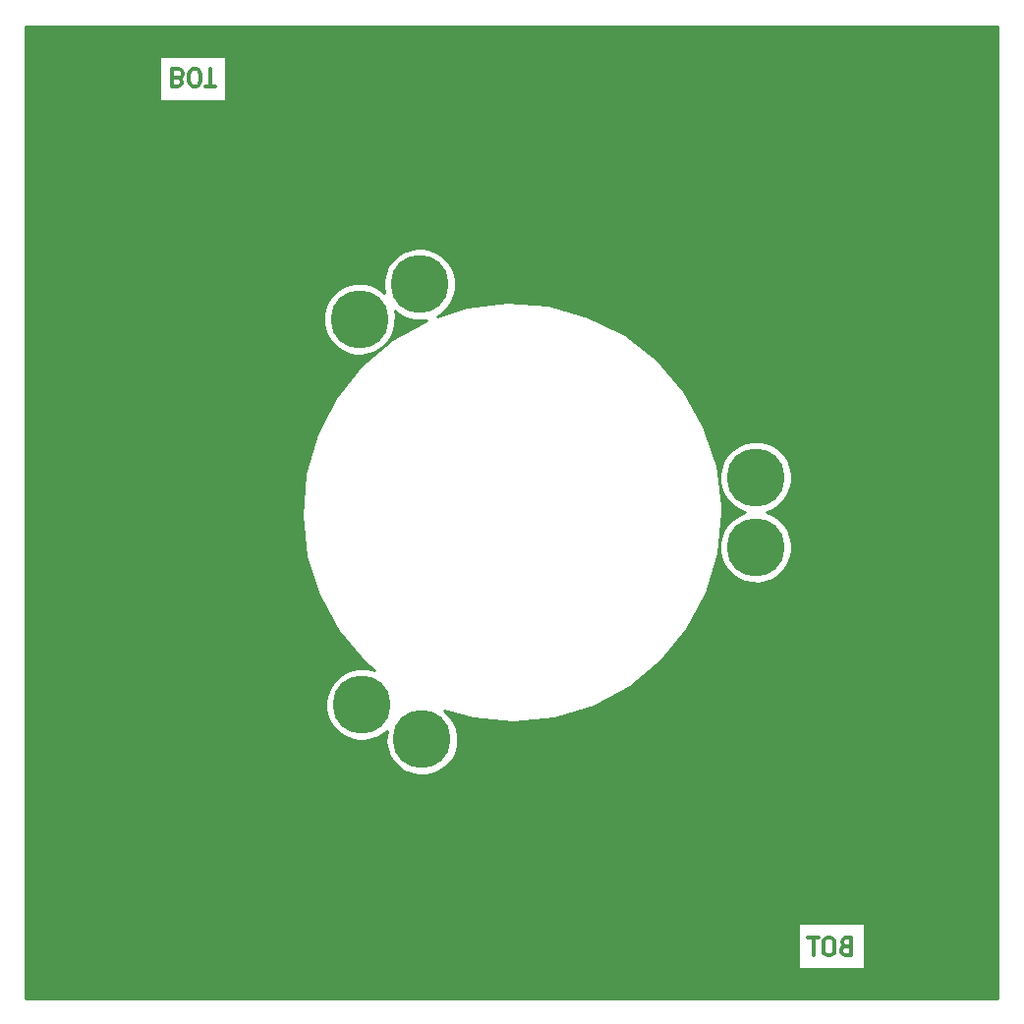
<source format=gbl>
G04 #@! TF.FileFunction,Copper,L2,Bot,Signal*
%FSLAX46Y46*%
G04 Gerber Fmt 4.6, Leading zero omitted, Abs format (unit mm)*
G04 Created by KiCad (PCBNEW 4.0.2-stable) date Fri 12 Aug 2016 03:12:41 PM CEST*
%MOMM*%
G01*
G04 APERTURE LIST*
%ADD10C,0.100000*%
%ADD11C,0.300000*%
%ADD12C,5.000000*%
%ADD13C,4.000000*%
%ADD14C,0.254000*%
G04 APERTURE END LIST*
D10*
D11*
X71250000Y-62607143D02*
X71464286Y-62535714D01*
X71535714Y-62464286D01*
X71607143Y-62321429D01*
X71607143Y-62107143D01*
X71535714Y-61964286D01*
X71464286Y-61892857D01*
X71321428Y-61821429D01*
X70750000Y-61821429D01*
X70750000Y-63321429D01*
X71250000Y-63321429D01*
X71392857Y-63250000D01*
X71464286Y-63178571D01*
X71535714Y-63035714D01*
X71535714Y-62892857D01*
X71464286Y-62750000D01*
X71392857Y-62678571D01*
X71250000Y-62607143D01*
X70750000Y-62607143D01*
X72535714Y-63321429D02*
X72821428Y-63321429D01*
X72964286Y-63250000D01*
X73107143Y-63107143D01*
X73178571Y-62821429D01*
X73178571Y-62321429D01*
X73107143Y-62035714D01*
X72964286Y-61892857D01*
X72821428Y-61821429D01*
X72535714Y-61821429D01*
X72392857Y-61892857D01*
X72250000Y-62035714D01*
X72178571Y-62321429D01*
X72178571Y-62821429D01*
X72250000Y-63107143D01*
X72392857Y-63250000D01*
X72535714Y-63321429D01*
X73607143Y-63321429D02*
X74464286Y-63321429D01*
X74035715Y-61821429D02*
X74035715Y-63321429D01*
X128750000Y-137392857D02*
X128535714Y-137464286D01*
X128464286Y-137535714D01*
X128392857Y-137678571D01*
X128392857Y-137892857D01*
X128464286Y-138035714D01*
X128535714Y-138107143D01*
X128678572Y-138178571D01*
X129250000Y-138178571D01*
X129250000Y-136678571D01*
X128750000Y-136678571D01*
X128607143Y-136750000D01*
X128535714Y-136821429D01*
X128464286Y-136964286D01*
X128464286Y-137107143D01*
X128535714Y-137250000D01*
X128607143Y-137321429D01*
X128750000Y-137392857D01*
X129250000Y-137392857D01*
X127464286Y-136678571D02*
X127178572Y-136678571D01*
X127035714Y-136750000D01*
X126892857Y-136892857D01*
X126821429Y-137178571D01*
X126821429Y-137678571D01*
X126892857Y-137964286D01*
X127035714Y-138107143D01*
X127178572Y-138178571D01*
X127464286Y-138178571D01*
X127607143Y-138107143D01*
X127750000Y-137964286D01*
X127821429Y-137678571D01*
X127821429Y-137178571D01*
X127750000Y-136892857D01*
X127607143Y-136750000D01*
X127464286Y-136678571D01*
X126392857Y-136678571D02*
X125535714Y-136678571D01*
X125964285Y-138178571D02*
X125964285Y-136678571D01*
D12*
X92258330Y-119562178D03*
X87062178Y-116562178D03*
X86857695Y-83370835D03*
X92053848Y-80370835D03*
X121000000Y-97000000D03*
X121000000Y-103000000D03*
D13*
X65000000Y-135000000D03*
X135000000Y-135000000D03*
X65000000Y-65000000D03*
X135000000Y-65000000D03*
D14*
G36*
X141872500Y-141872500D02*
X58127500Y-141872500D01*
X58127500Y-135373000D01*
X124615857Y-135373000D01*
X124615857Y-139327000D01*
X130384143Y-139327000D01*
X130384143Y-135373000D01*
X124615857Y-135373000D01*
X58127500Y-135373000D01*
X58127500Y-100253099D01*
X81874267Y-100253099D01*
X82268629Y-103768919D01*
X83338374Y-107141182D01*
X85042755Y-110241439D01*
X87316853Y-112951604D01*
X88165108Y-113633618D01*
X87991331Y-113560569D01*
X87390620Y-113437261D01*
X86777399Y-113432980D01*
X86175024Y-113547889D01*
X85606442Y-113777611D01*
X85093307Y-114113397D01*
X84655167Y-114542456D01*
X84308708Y-115048445D01*
X84067129Y-115612092D01*
X83939630Y-116211928D01*
X83931068Y-116825105D01*
X84041769Y-117428266D01*
X84267516Y-117998439D01*
X84599711Y-118513905D01*
X85025701Y-118955030D01*
X85529260Y-119305013D01*
X86091206Y-119550521D01*
X86690137Y-119682205D01*
X87303239Y-119695047D01*
X87907159Y-119588560D01*
X88478894Y-119366799D01*
X88996666Y-119038210D01*
X89217383Y-118828024D01*
X89135782Y-119211928D01*
X89127220Y-119825105D01*
X89237921Y-120428266D01*
X89463668Y-120998439D01*
X89795863Y-121513905D01*
X90221853Y-121955030D01*
X90725412Y-122305013D01*
X91287358Y-122550521D01*
X91886289Y-122682205D01*
X92499391Y-122695047D01*
X93103311Y-122588560D01*
X93675046Y-122366799D01*
X94192818Y-122038210D01*
X94636907Y-121615310D01*
X94990396Y-121114208D01*
X95239822Y-120553988D01*
X95375683Y-119955991D01*
X95385464Y-119255560D01*
X95266352Y-118654003D01*
X95032666Y-118087037D01*
X94693306Y-117576260D01*
X94261199Y-117141125D01*
X94198034Y-117098520D01*
X96603245Y-117806412D01*
X100126553Y-118127058D01*
X103645040Y-117757250D01*
X107024689Y-116711074D01*
X110136769Y-115028379D01*
X112862744Y-112773257D01*
X115098780Y-110031605D01*
X116759708Y-106907853D01*
X117782265Y-103520983D01*
X118127500Y-100000000D01*
X118120432Y-99493850D01*
X117838602Y-97262927D01*
X117868890Y-97262927D01*
X117979591Y-97866088D01*
X118205338Y-98436261D01*
X118537533Y-98951727D01*
X118963523Y-99392852D01*
X119467082Y-99742835D01*
X120029028Y-99988343D01*
X120079089Y-99999350D01*
X119544264Y-100215433D01*
X119031129Y-100551219D01*
X118592989Y-100980278D01*
X118246530Y-101486267D01*
X118004951Y-102049914D01*
X117877452Y-102649750D01*
X117868890Y-103262927D01*
X117979591Y-103866088D01*
X118205338Y-104436261D01*
X118537533Y-104951727D01*
X118963523Y-105392852D01*
X119467082Y-105742835D01*
X120029028Y-105988343D01*
X120627959Y-106120027D01*
X121241061Y-106132869D01*
X121844981Y-106026382D01*
X122416716Y-105804621D01*
X122934488Y-105476032D01*
X123378577Y-105053132D01*
X123732066Y-104552030D01*
X123981492Y-103991810D01*
X124117353Y-103393813D01*
X124127134Y-102693382D01*
X124008022Y-102091825D01*
X123774336Y-101524859D01*
X123434976Y-101014082D01*
X123002869Y-100578947D01*
X122494473Y-100236030D01*
X121929153Y-99998391D01*
X121921301Y-99996779D01*
X122416716Y-99804621D01*
X122934488Y-99476032D01*
X123378577Y-99053132D01*
X123732066Y-98552030D01*
X123981492Y-97991810D01*
X124117353Y-97393813D01*
X124127134Y-96693382D01*
X124008022Y-96091825D01*
X123774336Y-95524859D01*
X123434976Y-95014082D01*
X123002869Y-94578947D01*
X122494473Y-94236030D01*
X121929153Y-93998391D01*
X121328442Y-93875083D01*
X120715221Y-93870802D01*
X120112846Y-93985711D01*
X119544264Y-94215433D01*
X119031129Y-94551219D01*
X118592989Y-94980278D01*
X118246530Y-95486267D01*
X118004951Y-96049914D01*
X117877452Y-96649750D01*
X117868890Y-97262927D01*
X117838602Y-97262927D01*
X117677020Y-95983880D01*
X116560295Y-92626882D01*
X114812794Y-89550723D01*
X112501078Y-86872575D01*
X109713200Y-84694446D01*
X106555349Y-83099300D01*
X103147807Y-82147897D01*
X99620366Y-81876476D01*
X96107385Y-82295373D01*
X93545886Y-83127655D01*
X93988336Y-82846867D01*
X94432425Y-82423967D01*
X94785914Y-81922865D01*
X95035340Y-81362645D01*
X95171201Y-80764648D01*
X95180982Y-80064217D01*
X95061870Y-79462660D01*
X94828184Y-78895694D01*
X94488824Y-78384917D01*
X94056717Y-77949782D01*
X93548321Y-77606865D01*
X92983001Y-77369226D01*
X92382290Y-77245918D01*
X91769069Y-77241637D01*
X91166694Y-77356546D01*
X90598112Y-77586268D01*
X90084977Y-77922054D01*
X89646837Y-78351113D01*
X89300378Y-78857102D01*
X89058799Y-79420749D01*
X88931300Y-80020585D01*
X88922738Y-80633762D01*
X89007985Y-81098236D01*
X88860564Y-80949782D01*
X88352168Y-80606865D01*
X87786848Y-80369226D01*
X87186137Y-80245918D01*
X86572916Y-80241637D01*
X85970541Y-80356546D01*
X85401959Y-80586268D01*
X84888824Y-80922054D01*
X84450684Y-81351113D01*
X84104225Y-81857102D01*
X83862646Y-82420749D01*
X83735147Y-83020585D01*
X83726585Y-83633762D01*
X83837286Y-84236923D01*
X84063033Y-84807096D01*
X84395228Y-85322562D01*
X84821218Y-85763687D01*
X85324777Y-86113670D01*
X85886723Y-86359178D01*
X86485654Y-86490862D01*
X87098756Y-86503704D01*
X87702676Y-86397217D01*
X88274411Y-86175456D01*
X88792183Y-85846867D01*
X89236272Y-85423967D01*
X89589761Y-84922865D01*
X89839187Y-84362645D01*
X89975048Y-83764648D01*
X89984829Y-83064217D01*
X89901580Y-82643782D01*
X90017371Y-82763687D01*
X90520930Y-83113670D01*
X91082876Y-83359178D01*
X91681807Y-83490862D01*
X92294909Y-83503704D01*
X92648265Y-83441398D01*
X89654390Y-85114618D01*
X86960168Y-87407580D01*
X84762629Y-90180184D01*
X83145477Y-93326822D01*
X82170308Y-96727639D01*
X81874267Y-100253099D01*
X58127500Y-100253099D01*
X58127500Y-60673000D01*
X69615857Y-60673000D01*
X69615857Y-64627000D01*
X75384143Y-64627000D01*
X75384143Y-60673000D01*
X69615857Y-60673000D01*
X58127500Y-60673000D01*
X58127500Y-58127500D01*
X141872500Y-58127500D01*
X141872500Y-141872500D01*
X141872500Y-141872500D01*
G37*
X141872500Y-141872500D02*
X58127500Y-141872500D01*
X58127500Y-135373000D01*
X124615857Y-135373000D01*
X124615857Y-139327000D01*
X130384143Y-139327000D01*
X130384143Y-135373000D01*
X124615857Y-135373000D01*
X58127500Y-135373000D01*
X58127500Y-100253099D01*
X81874267Y-100253099D01*
X82268629Y-103768919D01*
X83338374Y-107141182D01*
X85042755Y-110241439D01*
X87316853Y-112951604D01*
X88165108Y-113633618D01*
X87991331Y-113560569D01*
X87390620Y-113437261D01*
X86777399Y-113432980D01*
X86175024Y-113547889D01*
X85606442Y-113777611D01*
X85093307Y-114113397D01*
X84655167Y-114542456D01*
X84308708Y-115048445D01*
X84067129Y-115612092D01*
X83939630Y-116211928D01*
X83931068Y-116825105D01*
X84041769Y-117428266D01*
X84267516Y-117998439D01*
X84599711Y-118513905D01*
X85025701Y-118955030D01*
X85529260Y-119305013D01*
X86091206Y-119550521D01*
X86690137Y-119682205D01*
X87303239Y-119695047D01*
X87907159Y-119588560D01*
X88478894Y-119366799D01*
X88996666Y-119038210D01*
X89217383Y-118828024D01*
X89135782Y-119211928D01*
X89127220Y-119825105D01*
X89237921Y-120428266D01*
X89463668Y-120998439D01*
X89795863Y-121513905D01*
X90221853Y-121955030D01*
X90725412Y-122305013D01*
X91287358Y-122550521D01*
X91886289Y-122682205D01*
X92499391Y-122695047D01*
X93103311Y-122588560D01*
X93675046Y-122366799D01*
X94192818Y-122038210D01*
X94636907Y-121615310D01*
X94990396Y-121114208D01*
X95239822Y-120553988D01*
X95375683Y-119955991D01*
X95385464Y-119255560D01*
X95266352Y-118654003D01*
X95032666Y-118087037D01*
X94693306Y-117576260D01*
X94261199Y-117141125D01*
X94198034Y-117098520D01*
X96603245Y-117806412D01*
X100126553Y-118127058D01*
X103645040Y-117757250D01*
X107024689Y-116711074D01*
X110136769Y-115028379D01*
X112862744Y-112773257D01*
X115098780Y-110031605D01*
X116759708Y-106907853D01*
X117782265Y-103520983D01*
X118127500Y-100000000D01*
X118120432Y-99493850D01*
X117838602Y-97262927D01*
X117868890Y-97262927D01*
X117979591Y-97866088D01*
X118205338Y-98436261D01*
X118537533Y-98951727D01*
X118963523Y-99392852D01*
X119467082Y-99742835D01*
X120029028Y-99988343D01*
X120079089Y-99999350D01*
X119544264Y-100215433D01*
X119031129Y-100551219D01*
X118592989Y-100980278D01*
X118246530Y-101486267D01*
X118004951Y-102049914D01*
X117877452Y-102649750D01*
X117868890Y-103262927D01*
X117979591Y-103866088D01*
X118205338Y-104436261D01*
X118537533Y-104951727D01*
X118963523Y-105392852D01*
X119467082Y-105742835D01*
X120029028Y-105988343D01*
X120627959Y-106120027D01*
X121241061Y-106132869D01*
X121844981Y-106026382D01*
X122416716Y-105804621D01*
X122934488Y-105476032D01*
X123378577Y-105053132D01*
X123732066Y-104552030D01*
X123981492Y-103991810D01*
X124117353Y-103393813D01*
X124127134Y-102693382D01*
X124008022Y-102091825D01*
X123774336Y-101524859D01*
X123434976Y-101014082D01*
X123002869Y-100578947D01*
X122494473Y-100236030D01*
X121929153Y-99998391D01*
X121921301Y-99996779D01*
X122416716Y-99804621D01*
X122934488Y-99476032D01*
X123378577Y-99053132D01*
X123732066Y-98552030D01*
X123981492Y-97991810D01*
X124117353Y-97393813D01*
X124127134Y-96693382D01*
X124008022Y-96091825D01*
X123774336Y-95524859D01*
X123434976Y-95014082D01*
X123002869Y-94578947D01*
X122494473Y-94236030D01*
X121929153Y-93998391D01*
X121328442Y-93875083D01*
X120715221Y-93870802D01*
X120112846Y-93985711D01*
X119544264Y-94215433D01*
X119031129Y-94551219D01*
X118592989Y-94980278D01*
X118246530Y-95486267D01*
X118004951Y-96049914D01*
X117877452Y-96649750D01*
X117868890Y-97262927D01*
X117838602Y-97262927D01*
X117677020Y-95983880D01*
X116560295Y-92626882D01*
X114812794Y-89550723D01*
X112501078Y-86872575D01*
X109713200Y-84694446D01*
X106555349Y-83099300D01*
X103147807Y-82147897D01*
X99620366Y-81876476D01*
X96107385Y-82295373D01*
X93545886Y-83127655D01*
X93988336Y-82846867D01*
X94432425Y-82423967D01*
X94785914Y-81922865D01*
X95035340Y-81362645D01*
X95171201Y-80764648D01*
X95180982Y-80064217D01*
X95061870Y-79462660D01*
X94828184Y-78895694D01*
X94488824Y-78384917D01*
X94056717Y-77949782D01*
X93548321Y-77606865D01*
X92983001Y-77369226D01*
X92382290Y-77245918D01*
X91769069Y-77241637D01*
X91166694Y-77356546D01*
X90598112Y-77586268D01*
X90084977Y-77922054D01*
X89646837Y-78351113D01*
X89300378Y-78857102D01*
X89058799Y-79420749D01*
X88931300Y-80020585D01*
X88922738Y-80633762D01*
X89007985Y-81098236D01*
X88860564Y-80949782D01*
X88352168Y-80606865D01*
X87786848Y-80369226D01*
X87186137Y-80245918D01*
X86572916Y-80241637D01*
X85970541Y-80356546D01*
X85401959Y-80586268D01*
X84888824Y-80922054D01*
X84450684Y-81351113D01*
X84104225Y-81857102D01*
X83862646Y-82420749D01*
X83735147Y-83020585D01*
X83726585Y-83633762D01*
X83837286Y-84236923D01*
X84063033Y-84807096D01*
X84395228Y-85322562D01*
X84821218Y-85763687D01*
X85324777Y-86113670D01*
X85886723Y-86359178D01*
X86485654Y-86490862D01*
X87098756Y-86503704D01*
X87702676Y-86397217D01*
X88274411Y-86175456D01*
X88792183Y-85846867D01*
X89236272Y-85423967D01*
X89589761Y-84922865D01*
X89839187Y-84362645D01*
X89975048Y-83764648D01*
X89984829Y-83064217D01*
X89901580Y-82643782D01*
X90017371Y-82763687D01*
X90520930Y-83113670D01*
X91082876Y-83359178D01*
X91681807Y-83490862D01*
X92294909Y-83503704D01*
X92648265Y-83441398D01*
X89654390Y-85114618D01*
X86960168Y-87407580D01*
X84762629Y-90180184D01*
X83145477Y-93326822D01*
X82170308Y-96727639D01*
X81874267Y-100253099D01*
X58127500Y-100253099D01*
X58127500Y-60673000D01*
X69615857Y-60673000D01*
X69615857Y-64627000D01*
X75384143Y-64627000D01*
X75384143Y-60673000D01*
X69615857Y-60673000D01*
X58127500Y-60673000D01*
X58127500Y-58127500D01*
X141872500Y-58127500D01*
X141872500Y-141872500D01*
M02*

</source>
